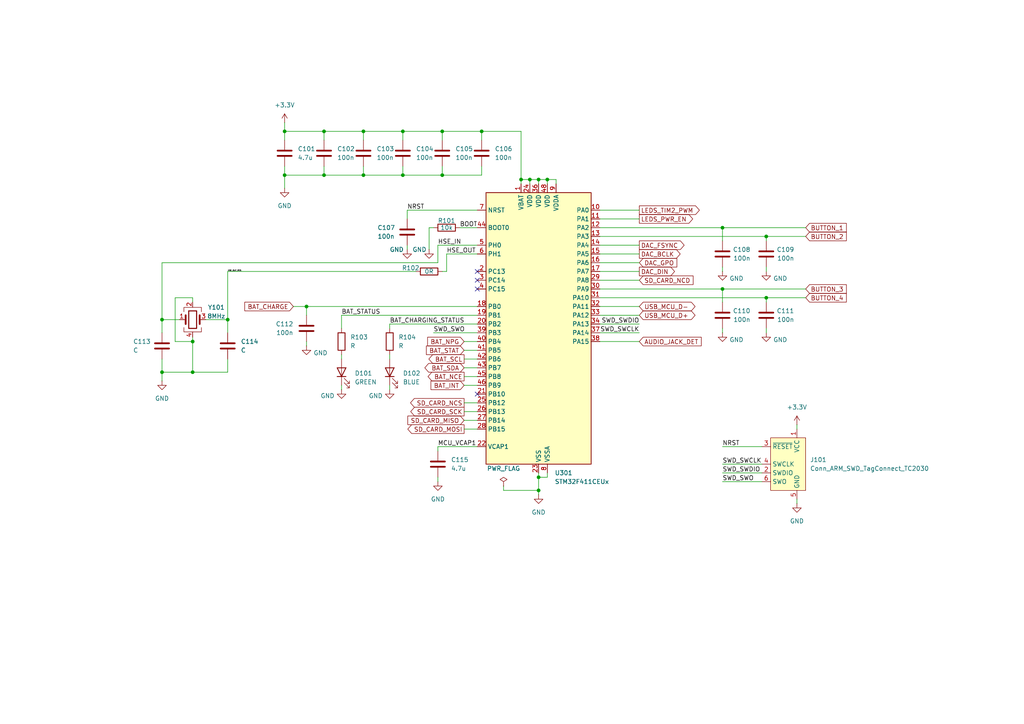
<source format=kicad_sch>
(kicad_sch (version 20250114) (generator "eeschema") (generator_version "9.0")
  (paper "A4")
  (lib_symbols
    (symbol "Connector:Conn_ARM_SWD_TagConnect_TC2030" (in_bom no)
      (property "Reference" "J" (at 2.54 11.43 0))
      (property "Value" "Conn_ARM_SWD_TagConnect_TC2030" (at 5.08 8.89 0))
      (symbol "Conn_ARM_SWD_TagConnect_TC2030_0_0"
        (pin power_in line (at -2.54 10.16 270) (length 2.54) (name "VCC") (number "1"))
        (pin power_in line (at -2.54 -10.16 90) (length 2.54) (name "GND") (number "5"))
        (pin open_collector line (at 7.62 5.08 180) (length 2.54) (name "~{RESET}") (number "3"))
        (pin output line (at 7.62 0 180) (length 2.54) (name "SWCLK") (number "4"))
        (pin bidirectional line (at 7.62 -2.54 180) (length 2.54) (name "SWDIO") (number "2"))
        (pin input line (at 7.62 -5.08 180) (length 2.54) (name "SWO") (number "6"))
      )
      (symbol "Conn_ARM_SWD_TagConnect_TC2030_0_1"
        (rectangle (start -5.08 7.62) (end 5.08 -7.62) (fill (type background)))
      )
    )
    (symbol "Device:C" (pin_numbers (hide yes)) (pin_names (offset 0.254))
      (property "Reference" "C" (at 0.635 2.54 0))
      (property "Value" "C" (at 0.635 -2.54 0))
      (symbol "C_0_1"
        (polyline (pts (xy -2.032 0.762) (xy 2.032 0.762)) (stroke (width 0.508)))
        (polyline (pts (xy -2.032 -0.762) (xy 2.032 -0.762)) (stroke (width 0.508)))
      )
      (symbol "C_1_1"
        (pin passive line (at 0 3.81 270) (length 2.794) (name "~") (number "1"))
        (pin passive line (at 0 -3.81 90) (length 2.794) (name "~") (number "2"))
      )
    )
    (symbol "Device:Crystal_GND24" (pin_names (offset 1.016) (hide yes))
      (property "Reference" "Y" (at 3.175 5.08 0))
      (property "Value" "Crystal_GND24" (at 3.175 3.175 0))
      (symbol "Crystal_GND24_0_1"
        (polyline (pts (xy -2.54 2.286) (xy -2.54 3.556) (xy 2.54 3.556) (xy 2.54 2.286)))
        (polyline (pts (xy -2.54 0) (xy -2.032 0)))
        (polyline (pts (xy -2.54 -2.286) (xy -2.54 -3.556) (xy 2.54 -3.556) (xy 2.54 -2.286)))
        (polyline (pts (xy -2.032 -1.27) (xy -2.032 1.27)) (stroke (width 0.508)))
        (rectangle (start -1.143 2.54) (end 1.143 -2.54) (stroke (width 0.3048)))
        (polyline (pts (xy 0 3.556) (xy 0 3.81)))
        (polyline (pts (xy 0 -3.81) (xy 0 -3.556)))
        (polyline (pts (xy 2.032 0) (xy 2.54 0)))
        (polyline (pts (xy 2.032 -1.27) (xy 2.032 1.27)) (stroke (width 0.508)))
      )
      (symbol "Crystal_GND24_1_1"
        (pin passive line (at -3.81 0 0) (length 1.27) (name "1") (number "1"))
        (pin passive line (at 0 5.08 270) (length 1.27) (name "2") (number "2"))
        (pin passive line (at 0 -5.08 90) (length 1.27) (name "4") (number "4"))
        (pin passive line (at 3.81 0 180) (length 1.27) (name "3") (number "3"))
      )
    )
    (symbol "Device:LED" (pin_numbers (hide yes)) (pin_names (offset 1.016) (hide yes))
      (property "Reference" "D" (at 0 2.54 0))
      (property "Value" "LED" (at 0 -2.54 0))
      (symbol "LED_0_1"
        (polyline (pts (xy -3.048 -0.762) (xy -4.572 -2.286) (xy -3.81 -2.286) (xy -4.572 -2.286) (xy -4.572 -1.524)))
        (polyline (pts (xy -1.778 -0.762) (xy -3.302 -2.286) (xy -2.54 -2.286) (xy -3.302 -2.286) (xy -3.302 -1.524)))
        (polyline (pts (xy -1.27 0) (xy 1.27 0)))
        (polyline (pts (xy -1.27 -1.27) (xy -1.27 1.27)) (stroke (width 0.254)))
        (polyline (pts (xy 1.27 -1.27) (xy 1.27 1.27) (xy -1.27 0) (xy 1.27 -1.27)) (stroke (width 0.254)))
      )
      (symbol "LED_1_1"
        (pin passive line (at -3.81 0 0) (length 2.54) (name "K") (number "1"))
        (pin passive line (at 3.81 0 180) (length 2.54) (name "A") (number "2"))
      )
    )
    (symbol "Device:R" (pin_numbers (hide yes)) (pin_names (offset 0))
      (property "Reference" "R" (at 2.032 0 90))
      (property "Value" "R" (at 0 0 90))
      (symbol "R_0_1"
        (rectangle (start -1.016 -2.54) (end 1.016 2.54) (stroke (width 0.254)))
      )
      (symbol "R_1_1"
        (pin passive line (at 0 3.81 270) (length 1.27) (name "~") (number "1"))
        (pin passive line (at 0 -3.81 90) (length 1.27) (name "~") (number "2"))
      )
    )
    (symbol "MCU_ST_STM32F4:STM32F411CEUx"
      (property "Reference" "U" (at -15.24 41.91 0))
      (property "Value" "STM32F411CEUx" (at 7.62 41.91 0))
      (symbol "STM32F411CEUx_0_1"
        (rectangle (start -15.24 -38.1) (end 15.24 40.64) (stroke (width 0.254)) (fill (type background)))
      )
      (symbol "STM32F411CEUx_1_1"
        (pin input line (at -17.78 35.56 0) (length 2.54) (name "NRST") (number "7"))
        (pin input line (at -17.78 30.48 0) (length 2.54) (name "BOOT0") (number "44"))
        (pin bidirectional line (at -17.78 25.4 0) (length 2.54) (name "PH0") (number "5"))
        (pin bidirectional line (at -17.78 22.86 0) (length 2.54) (name "PH1") (number "6"))
        (pin bidirectional line (at -17.78 17.78 0) (length 2.54) (name "PC13") (number "2"))
        (pin bidirectional line (at -17.78 15.24 0) (length 2.54) (name "PC14") (number "3"))
        (pin bidirectional line (at -17.78 12.7 0) (length 2.54) (name "PC15") (number "4"))
        (pin bidirectional line (at -17.78 7.62 0) (length 2.54) (name "PB0") (number "18"))
        (pin bidirectional line (at -17.78 5.08 0) (length 2.54) (name "PB1") (number "19"))
        (pin bidirectional line (at -17.78 2.54 0) (length 2.54) (name "PB2") (number "20"))
        (pin bidirectional line (at -17.78 0 0) (length 2.54) (name "PB3") (number "39"))
        (pin bidirectional line (at -17.78 -2.54 0) (length 2.54) (name "PB4") (number "40"))
        (pin bidirectional line (at -17.78 -5.08 0) (length 2.54) (name "PB5") (number "41"))
        (pin bidirectional line (at -17.78 -7.62 0) (length 2.54) (name "PB6") (number "42"))
        (pin bidirectional line (at -17.78 -10.16 0) (length 2.54) (name "PB7") (number "43"))
        (pin bidirectional line (at -17.78 -12.7 0) (length 2.54) (name "PB8") (number "45"))
        (pin bidirectional line (at -17.78 -15.24 0) (length 2.54) (name "PB9") (number "46"))
        (pin bidirectional line (at -17.78 -17.78 0) (length 2.54) (name "PB10") (number "21"))
        (pin bidirectional line (at -17.78 -20.32 0) (length 2.54) (name "PB12") (number "25"))
        (pin bidirectional line (at -17.78 -22.86 0) (length 2.54) (name "PB13") (number "26"))
        (pin bidirectional line (at -17.78 -25.4 0) (length 2.54) (name "PB14") (number "27"))
        (pin bidirectional line (at -17.78 -27.94 0) (length 2.54) (name "PB15") (number "28"))
        (pin power_out line (at -17.78 -33.02 0) (length 2.54) (name "VCAP1") (number "22"))
        (pin power_in line (at -5.08 43.18 270) (length 2.54) (name "VBAT") (number "1"))
        (pin power_in line (at -2.54 43.18 270) (length 2.54) (name "VDD") (number "24"))
        (pin power_in line (at 0 43.18 270) (length 2.54) (name "VDD") (number "36"))
        (pin power_in line (at 0 -40.64 90) (length 2.54) (name "VSS") (number "23"))
        (pin passive line (at 0 -40.64 90) (length 2.54) (hide yes) (name "VSS") (number "35"))
        (pin passive line (at 0 -40.64 90) (length 2.54) (hide yes) (name "VSS") (number "47"))
        (pin passive line (at 0 -40.64 90) (length 2.54) (hide yes) (name "VSS") (number "49"))
        (pin power_in line (at 2.54 43.18 270) (length 2.54) (name "VDD") (number "48"))
        (pin power_in line (at 2.54 -40.64 90) (length 2.54) (name "VSSA") (number "8"))
        (pin power_in line (at 5.08 43.18 270) (length 2.54) (name "VDDA") (number "9"))
        (pin bidirectional line (at 17.78 35.56 180) (length 2.54) (name "PA0") (number "10"))
        (pin bidirectional line (at 17.78 33.02 180) (length 2.54) (name "PA1") (number "11"))
        (pin bidirectional line (at 17.78 30.48 180) (length 2.54) (name "PA2") (number "12"))
        (pin bidirectional line (at 17.78 27.94 180) (length 2.54) (name "PA3") (number "13"))
        (pin bidirectional line (at 17.78 25.4 180) (length 2.54) (name "PA4") (number "14"))
        (pin bidirectional line (at 17.78 22.86 180) (length 2.54) (name "PA5") (number "15"))
        (pin bidirectional line (at 17.78 20.32 180) (length 2.54) (name "PA6") (number "16"))
        (pin bidirectional line (at 17.78 17.78 180) (length 2.54) (name "PA7") (number "17"))
        (pin bidirectional line (at 17.78 15.24 180) (length 2.54) (name "PA8") (number "29"))
        (pin bidirectional line (at 17.78 12.7 180) (length 2.54) (name "PA9") (number "30"))
        (pin bidirectional line (at 17.78 10.16 180) (length 2.54) (name "PA10") (number "31"))
        (pin bidirectional line (at 17.78 7.62 180) (length 2.54) (name "PA11") (number "32"))
        (pin bidirectional line (at 17.78 5.08 180) (length 2.54) (name "PA12") (number "33"))
        (pin bidirectional line (at 17.78 2.54 180) (length 2.54) (name "PA13") (number "34"))
        (pin bidirectional line (at 17.78 0 180) (length 2.54) (name "PA14") (number "37"))
        (pin bidirectional line (at 17.78 -2.54 180) (length 2.54) (name "PA15") (number "38"))
      )
    )
    (symbol "power:+3.3V" (power) (pin_numbers (hide yes)) (pin_names (offset 0) (hide yes))
      (property "Value" "+3.3V" (at 0 3.556 0))
      (symbol "+3.3V_0_1"
        (polyline (pts (xy -0.762 1.27) (xy 0 2.54)))
        (polyline (pts (xy 0 2.54) (xy 0.762 1.27)))
        (polyline (pts (xy 0 0) (xy 0 2.54)))
      )
      (symbol "+3.3V_1_1"
        (pin power_in line (at 0 0 90) (length 0) (name "~") (number "1"))
      )
    )
    (symbol "power:GND" (power) (pin_numbers (hide yes)) (pin_names (offset 0) (hide yes))
      (property "Value" "GND" (at 0 -3.81 0))
      (symbol "GND_0_1"
        (polyline (pts (xy 0 0) (xy 0 -1.27) (xy 1.27 -1.27) (xy 0 -2.54) (xy -1.27 -1.27) (xy 0 -1.27)))
      )
      (symbol "GND_1_1"
        (pin power_in line (at 0 0 270) (length 0) (name "~") (number "1"))
      )
    )
    (symbol "power:PWR_FLAG" (power) (pin_numbers (hide yes)) (pin_names (offset 0) (hide yes))
      (property "Value" "PWR_FLAG" (at 0 3.81 0))
      (symbol "PWR_FLAG_0_0"
        (pin power_out line (at 0 0 90) (length 0) (name "~") (number "1"))
      )
      (symbol "PWR_FLAG_0_1"
        (polyline (pts (xy 0 0) (xy 0 1.27) (xy -1.016 1.905) (xy 0 2.54) (xy 1.016 1.905) (xy 0 1.27)))
      )
    )
  )
  (junction (at 46.99 92.71))
  (junction (at 139.7 38.1))
  (junction (at 55.88 99.06))
  (junction (at 105.41 38.1))
  (junction (at 151.13 52.07))
  (junction (at 156.21 52.07))
  (junction (at 88.9 88.9))
  (junction (at 93.98 50.8))
  (junction (at 209.55 66.04))
  (junction (at 209.55 83.82))
  (junction (at 156.21 142.24))
  (junction (at 93.98 38.1))
  (junction (at 66.04 92.71))
  (junction (at 156.21 138.43))
  (junction (at 222.25 86.36))
  (junction (at 82.55 50.8))
  (junction (at 82.55 38.1))
  (junction (at 128.27 38.1))
  (junction (at 222.25 68.58))
  (junction (at 55.88 107.95))
  (junction (at 128.27 50.8))
  (junction (at 158.75 52.07))
  (junction (at 46.99 107.95))
  (junction (at 116.84 38.1))
  (junction (at 105.41 50.8))
  (junction (at 116.84 50.8))
  (junction (at 153.67 52.07))
  (no_connect (at 138.43 81.28))
  (no_connect (at 138.43 83.82))
  (no_connect (at 138.43 114.3))
  (no_connect (at 138.43 78.74))
  (wire (pts (xy 128.27 78.74) (xy 129.54 78.74)))
  (wire (pts (xy 116.84 48.26) (xy 116.84 50.8)))
  (wire (pts (xy 158.75 52.07) (xy 156.21 52.07)))
  (wire (pts (xy 134.62 99.06) (xy 138.43 99.06)))
  (wire (pts (xy 82.55 38.1) (xy 93.98 38.1)))
  (wire (pts (xy 134.62 109.22) (xy 138.43 109.22)))
  (wire (pts (xy 116.84 50.8) (xy 105.41 50.8)))
  (wire (pts (xy 139.7 50.8) (xy 128.27 50.8)))
  (wire (pts (xy 82.55 35.56) (xy 82.55 38.1)))
  (wire (pts (xy 105.41 38.1) (xy 105.41 40.64)))
  (wire (pts (xy 93.98 38.1) (xy 93.98 40.64)))
  (wire (pts (xy 113.03 93.98) (xy 113.03 95.25)))
  (wire (pts (xy 222.25 95.25) (xy 222.25 96.52)))
  (wire (pts (xy 173.99 73.66) (xy 185.42 73.66)))
  (wire (pts (xy 46.99 92.71) (xy 46.99 96.52)))
  (wire (pts (xy 93.98 48.26) (xy 93.98 50.8)))
  (wire (pts (xy 124.46 66.04) (xy 125.73 66.04)))
  (wire (pts (xy 88.9 88.9) (xy 138.43 88.9)))
  (wire (pts (xy 127 76.2) (xy 46.99 76.2)))
  (wire (pts (xy 99.06 91.44) (xy 138.43 91.44)))
  (wire (pts (xy 50.8 86.36) (xy 50.8 99.06)))
  (wire (pts (xy 105.41 38.1) (xy 116.84 38.1)))
  (wire (pts (xy 158.75 137.16) (xy 158.75 138.43)))
  (wire (pts (xy 127 130.81) (xy 127 129.54)))
  (wire (pts (xy 55.88 87.63) (xy 55.88 86.36)))
  (wire (pts (xy 173.99 68.58) (xy 222.25 68.58)))
  (wire (pts (xy 105.41 50.8) (xy 93.98 50.8)))
  (wire (pts (xy 173.99 71.12) (xy 185.42 71.12)))
  (wire (pts (xy 134.62 101.6) (xy 138.43 101.6)))
  (wire (pts (xy 134.62 104.14) (xy 138.43 104.14)))
  (wire (pts (xy 116.84 38.1) (xy 116.84 40.64)))
  (wire (pts (xy 66.04 78.74) (xy 120.65 78.74)))
  (wire (pts (xy 55.88 99.06) (xy 55.88 107.95)))
  (wire (pts (xy 156.21 52.07) (xy 153.67 52.07)))
  (wire (pts (xy 209.55 139.7) (xy 220.98 139.7)))
  (wire (pts (xy 209.55 66.04) (xy 209.55 69.85)))
  (wire (pts (xy 128.27 38.1) (xy 128.27 40.64)))
  (wire (pts (xy 158.75 53.34) (xy 158.75 52.07)))
  (wire (pts (xy 46.99 76.2) (xy 46.99 92.71)))
  (wire (pts (xy 50.8 99.06) (xy 55.88 99.06)))
  (wire (pts (xy 127 71.12) (xy 127 76.2)))
  (wire (pts (xy 128.27 48.26) (xy 128.27 50.8)))
  (wire (pts (xy 128.27 38.1) (xy 139.7 38.1)))
  (wire (pts (xy 209.55 134.62) (xy 220.98 134.62)))
  (wire (pts (xy 85.09 88.9) (xy 88.9 88.9)))
  (wire (pts (xy 134.62 106.68) (xy 138.43 106.68)))
  (wire (pts (xy 134.62 111.76) (xy 138.43 111.76)))
  (wire (pts (xy 113.03 111.76) (xy 113.03 113.03)))
  (wire (pts (xy 82.55 48.26) (xy 82.55 50.8)))
  (wire (pts (xy 99.06 111.76) (xy 99.06 113.03)))
  (wire (pts (xy 209.55 137.16) (xy 220.98 137.16)))
  (wire (pts (xy 124.46 66.04) (xy 124.46 72.39)))
  (wire (pts (xy 66.04 107.95) (xy 66.04 104.14)))
  (wire (pts (xy 55.88 99.06) (xy 55.88 97.79)))
  (wire (pts (xy 173.99 93.98) (xy 185.42 93.98)))
  (wire (pts (xy 153.67 52.07) (xy 151.13 52.07)))
  (wire (pts (xy 93.98 38.1) (xy 105.41 38.1)))
  (wire (pts (xy 153.67 53.34) (xy 153.67 52.07)))
  (wire (pts (xy 55.88 86.36) (xy 50.8 86.36)))
  (wire (pts (xy 173.99 96.52) (xy 185.42 96.52)))
  (wire (pts (xy 93.98 50.8) (xy 82.55 50.8)))
  (wire (pts (xy 185.42 60.96) (xy 173.99 60.96)))
  (wire (pts (xy 151.13 38.1) (xy 151.13 52.07)))
  (wire (pts (xy 127 71.12) (xy 138.43 71.12)))
  (wire (pts (xy 82.55 50.8) (xy 82.55 54.61)))
  (wire (pts (xy 173.99 66.04) (xy 209.55 66.04)))
  (wire (pts (xy 134.62 119.38) (xy 138.43 119.38)))
  (wire (pts (xy 46.99 92.71) (xy 52.07 92.71)))
  (wire (pts (xy 185.42 63.5) (xy 173.99 63.5)))
  (wire (pts (xy 139.7 48.26) (xy 139.7 50.8)))
  (wire (pts (xy 118.11 71.12) (xy 118.11 72.39)))
  (wire (pts (xy 161.29 53.34) (xy 161.29 52.07)))
  (wire (pts (xy 173.99 83.82) (xy 209.55 83.82)))
  (wire (pts (xy 231.14 144.78) (xy 231.14 146.05)))
  (wire (pts (xy 173.99 88.9) (xy 185.42 88.9)))
  (wire (pts (xy 129.54 78.74) (xy 129.54 73.66)))
  (wire (pts (xy 146.05 140.97) (xy 146.05 142.24)))
  (wire (pts (xy 133.35 66.04) (xy 138.43 66.04)))
  (wire (pts (xy 118.11 63.5) (xy 118.11 60.96)))
  (wire (pts (xy 161.29 52.07) (xy 158.75 52.07)))
  (wire (pts (xy 88.9 88.9) (xy 88.9 91.44)))
  (wire (pts (xy 156.21 138.43) (xy 158.75 138.43)))
  (wire (pts (xy 156.21 138.43) (xy 156.21 142.24)))
  (wire (pts (xy 222.25 68.58) (xy 222.25 69.85)))
  (wire (pts (xy 209.55 66.04) (xy 233.68 66.04)))
  (wire (pts (xy 134.62 124.46) (xy 138.43 124.46)))
  (wire (pts (xy 209.55 77.47) (xy 209.55 78.74)))
  (wire (pts (xy 59.69 92.71) (xy 66.04 92.71)))
  (wire (pts (xy 129.54 73.66) (xy 138.43 73.66)))
  (wire (pts (xy 138.43 93.98) (xy 113.03 93.98)))
  (wire (pts (xy 66.04 92.71) (xy 66.04 78.74)))
  (wire (pts (xy 113.03 102.87) (xy 113.03 104.14)))
  (wire (pts (xy 231.14 123.19) (xy 231.14 124.46)))
  (wire (pts (xy 139.7 38.1) (xy 139.7 40.64)))
  (wire (pts (xy 99.06 104.14) (xy 99.06 102.87)))
  (wire (pts (xy 116.84 38.1) (xy 128.27 38.1)))
  (wire (pts (xy 128.27 50.8) (xy 116.84 50.8)))
  (wire (pts (xy 146.05 142.24) (xy 156.21 142.24)))
  (wire (pts (xy 55.88 107.95) (xy 66.04 107.95)))
  (wire (pts (xy 209.55 95.25) (xy 209.55 96.52)))
  (wire (pts (xy 222.25 68.58) (xy 233.68 68.58)))
  (wire (pts (xy 173.99 81.28) (xy 185.42 81.28)))
  (wire (pts (xy 105.41 48.26) (xy 105.41 50.8)))
  (wire (pts (xy 185.42 99.06) (xy 173.99 99.06)))
  (wire (pts (xy 118.11 60.96) (xy 138.43 60.96)))
  (wire (pts (xy 46.99 104.14) (xy 46.99 107.95)))
  (wire (pts (xy 233.68 83.82) (xy 209.55 83.82)))
  (wire (pts (xy 151.13 52.07) (xy 151.13 53.34)))
  (wire (pts (xy 233.68 86.36) (xy 222.25 86.36)))
  (wire (pts (xy 156.21 137.16) (xy 156.21 138.43)))
  (wire (pts (xy 66.04 92.71) (xy 66.04 96.52)))
  (wire (pts (xy 156.21 142.24) (xy 156.21 143.51)))
  (wire (pts (xy 46.99 107.95) (xy 55.88 107.95)))
  (wire (pts (xy 82.55 38.1) (xy 82.55 40.64)))
  (wire (pts (xy 173.99 86.36) (xy 222.25 86.36)))
  (wire (pts (xy 99.06 95.25) (xy 99.06 91.44)))
  (wire (pts (xy 88.9 99.06) (xy 88.9 100.33)))
  (wire (pts (xy 134.62 121.92) (xy 138.43 121.92)))
  (wire (pts (xy 156.21 53.34) (xy 156.21 52.07)))
  (wire (pts (xy 127 129.54) (xy 138.43 129.54)))
  (wire (pts (xy 127 138.43) (xy 127 139.7)))
  (wire (pts (xy 173.99 78.74) (xy 185.42 78.74)))
  (wire (pts (xy 173.99 76.2) (xy 185.42 76.2)))
  (wire (pts (xy 209.55 129.54) (xy 220.98 129.54)))
  (wire (pts (xy 209.55 83.82) (xy 209.55 87.63)))
  (wire (pts (xy 222.25 77.47) (xy 222.25 78.74)))
  (wire (pts (xy 134.62 116.84) (xy 138.43 116.84)))
  (wire (pts (xy 125.73 96.52) (xy 138.43 96.52)))
  (wire (pts (xy 222.25 86.36) (xy 222.25 87.63)))
  (wire (pts (xy 173.99 91.44) (xy 185.42 91.44)))
  (wire (pts (xy 139.7 38.1) (xy 151.13 38.1)))
  (wire (pts (xy 46.99 110.49) (xy 46.99 107.95)))
  (label "BOOT" (at 133.35 66.04 0))
  (label "BAT_STATUS" (at 99.06 91.44 0))
  (label "SWD_SWO" (at 209.55 139.7 0))
  (label "SWD_SWCLK" (at 185.42 96.52 180))
  (label "SWD_SWDIO" (at 185.42 93.98 180))
  (label "NRST" (at 118.11 60.96 0))
  (label "HSE_OUT" (at 129.54 73.66 0))
  (label "HSE_OUT_RES" (at 66.04 78.74 0) (effects (font (size 0.381 0.381))))
  (label "SWD_SWDIO" (at 209.55 137.16 0))
  (label "MCU_VCAP1" (at 127 129.54 0))
  (label "BAT_CHARGING_STATUS" (at 113.03 93.98 0))
  (label "NRST" (at 209.55 129.54 0))
  (label "HSE_IN" (at 127 71.12 0))
  (label "SWD_SWCLK" (at 209.55 134.62 0))
  (label "SWD_SWO" (at 125.73 96.52 0))
  (global_label "USB_MCU_D+" (shape bidirectional) (at 185.42 91.44 0) (property "Intersheetrefs" "${INTERSHEET_REFS}" (effects (hide yes))))
  (global_label "BUTTON_3" (shape input) (at 233.68 83.82 0) (property "Intersheetrefs" "${INTERSHEET_REFS}" (effects (hide yes))))
  (global_label "DAC_FSYNC" (shape output) (at 185.42 71.12 0) (property "Intersheetrefs" "${INTERSHEET_REFS}" (effects (hide yes))))
  (global_label "BAT_SDA" (shape bidirectional) (at 134.62 106.68 180) (property "Intersheetrefs" "${INTERSHEET_REFS}" (effects (hide yes))))
  (global_label "BAT_STAT" (shape input) (at 134.62 101.6 180) (property "Intersheetrefs" "${INTERSHEET_REFS}" (effects (hide yes))))
  (global_label "BAT_CHARGE" (shape input) (at 85.09 88.9 180) (property "Intersheetrefs" "${INTERSHEET_REFS}" (effects (hide yes))))
  (global_label "SD_CARD_MOSI" (shape output) (at 134.62 124.46 180) (property "Intersheetrefs" "${INTERSHEET_REFS}" (effects (hide yes))))
  (global_label "DAC_GPO" (shape input) (at 185.42 76.2 0) (property "Intersheetrefs" "${INTERSHEET_REFS}" (effects (hide yes))))
  (global_label "BUTTON_4" (shape input) (at 233.68 86.36 0) (property "Intersheetrefs" "${INTERSHEET_REFS}" (effects (hide yes))))
  (global_label "SD_CARD_NCD" (shape input) (at 185.42 81.28 0) (property "Intersheetrefs" "${INTERSHEET_REFS}" (effects (hide yes))))
  (global_label "DAC_DIN" (shape output) (at 185.42 78.74 0) (property "Intersheetrefs" "${INTERSHEET_REFS}" (effects (hide yes))))
  (global_label "LEDS_PWR_EN" (shape output) (at 185.42 63.5 0) (property "Intersheetrefs" "${INTERSHEET_REFS}" (effects (hide yes))))
  (global_label "AUDIO_JACK_DET" (shape input) (at 185.42 99.06 0) (property "Intersheetrefs" "${INTERSHEET_REFS}" (effects (hide yes))))
  (global_label "BAT_INT" (shape input) (at 134.62 111.76 180) (property "Intersheetrefs" "${INTERSHEET_REFS}" (effects (hide yes))))
  (global_label "SD_CARD_NCS" (shape output) (at 134.62 116.84 180) (property "Intersheetrefs" "${INTERSHEET_REFS}" (effects (hide yes))))
  (global_label "BUTTON_1" (shape input) (at 233.68 66.04 0) (property "Intersheetrefs" "${INTERSHEET_REFS}" (effects (hide yes))))
  (global_label "SD_CARD_SCK" (shape output) (at 134.62 119.38 180) (property "Intersheetrefs" "${INTERSHEET_REFS}" (effects (hide yes))))
  (global_label "SD_CARD_MISO" (shape input) (at 134.62 121.92 180) (property "Intersheetrefs" "${INTERSHEET_REFS}" (effects (hide yes))))
  (global_label "DAC_BCLK" (shape output) (at 185.42 73.66 0) (property "Intersheetrefs" "${INTERSHEET_REFS}" (effects (hide yes))))
  (global_label "USB_MCU_D-" (shape bidirectional) (at 185.42 88.9 0) (property "Intersheetrefs" "${INTERSHEET_REFS}" (effects (hide yes))))
  (global_label "BAT_NCE" (shape output) (at 134.62 109.22 180) (property "Intersheetrefs" "${INTERSHEET_REFS}" (effects (hide yes))))
  (global_label "BUTTON_2" (shape input) (at 233.68 68.58 0) (property "Intersheetrefs" "${INTERSHEET_REFS}" (effects (hide yes))))
  (global_label "LEDS_TIM2_PWM" (shape output) (at 185.42 60.96 0) (property "Intersheetrefs" "${INTERSHEET_REFS}" (effects (hide yes))))
  (global_label "BAT_NPG" (shape input) (at 134.62 99.06 180) (property "Intersheetrefs" "${INTERSHEET_REFS}" (effects (hide yes))))
  (global_label "BAT_SCL" (shape output) (at 134.62 104.14 180) (property "Intersheetrefs" "${INTERSHEET_REFS}" (effects (hide yes))))
  (symbol (lib_id "power:GND") (at 99.06 113.03 0) (unit 1)
    (property "Reference" "#PWR0111" (effects (hide yes)))
    (property "Value" "GND" (at 94.996 114.808 0))
    (property "Description" "Power symbol creates a global label with name \"GND\" , ground" (effects (hide yes)))
  )
  (symbol (lib_id "Device:C") (at 105.41 44.45 0) (unit 1)
    (property "Reference" "C103" (at 109.22 43.1799 0) (effects (justify left)))
    (property "Value" "100n" (at 109.22 45.7199 0) (effects (justify left)))
    (property "Footprint" "Capacitor_SMD:C_0402_1005Metric" (effects (hide yes)))
    (property "Description" "Unpolarized capacitor" (effects (hide yes)))
  )
  (symbol (lib_id "power:GND") (at 127 139.7 0) (unit 1)
    (property "Reference" "#PWR0114" (effects (hide yes)))
    (property "Value" "GND" (at 127 144.78 0))
    (property "Description" "Power symbol creates a global label with name \"GND\" , ground" (effects (hide yes)))
  )
  (symbol (lib_id "Device:R") (at 113.03 99.06 0) (unit 1)
    (property "Reference" "R104" (at 115.57 97.7899 0) (effects (justify left)))
    (property "Value" "R" (at 115.57 100.3299 0) (effects (justify left)))
    (property "Footprint" "Resistor_SMD:R_0402_1005Metric" (effects (hide yes)))
    (property "Description" "Resistor" (effects (hide yes)))
  )
  (symbol (lib_id "Device:Crystal_GND24") (at 55.88 92.71 0) (unit 1)
    (property "Reference" "Y101" (at 62.738 89.154 0))
    (property "Value" "8MHz" (at 62.738 91.694 0))
    (property "Footprint" "Crystal:Crystal_SMD_3225-4Pin_3.2x2.5mm" (effects (hide yes)))
    (property "Description" "Four pin crystal, GND on pins 2 and 4" (effects (hide yes)))
  )
  (symbol (lib_id "Device:LED") (at 99.06 107.95 90) (unit 1)
    (property "Reference" "D101" (at 102.87 108.2674 90) (effects (justify right)))
    (property "Value" "GREEN" (at 102.87 110.8074 90) (effects (justify right)))
    (property "Footprint" "LED_SMD:LED_0402_1005Metric" (effects (hide yes)))
    (property "Description" "Light emitting diode" (effects (hide yes)))
    (property "Sim.Pins" "1=K 2=A" (effects (hide yes)))
  )
  (symbol (lib_id "Device:C") (at 88.9 95.25 0) (mirror y) (unit 1)
    (property "Reference" "C112" (at 85.09 93.98 0) (effects (justify left)))
    (property "Value" "100n" (at 85.09 96.52 0) (effects (justify left)))
    (property "Footprint" "Capacitor_SMD:C_0402_1005Metric" (effects (hide yes)))
    (property "Description" "Unpolarized capacitor" (effects (hide yes)))
  )
  (symbol (lib_id "power:GND") (at 222.25 78.74 0) (unit 1)
    (property "Reference" "#PWR0106" (effects (hide yes)))
    (property "Value" "GND" (at 226.314 80.772 0))
    (property "Description" "Power symbol creates a global label with name \"GND\" , ground" (effects (hide yes)))
  )
  (symbol (lib_id "Device:R") (at 129.54 66.04 90) (unit 1)
    (property "Reference" "R101" (at 129.54 64.008 90))
    (property "Value" "10k" (at 129.54 66.04 90))
    (property "Footprint" "Resistor_SMD:R_0402_1005Metric" (effects (hide yes)))
    (property "Description" "Resistor" (effects (hide yes)))
  )
  (symbol (lib_id "MCU_ST_STM32F4:STM32F411CEUx") (at 156.21 96.52 0) (unit 1)
    (property "Reference" "U101" (at 160.8933 137.16 0) (effects (justify left)))
    (property "Value" "STM32F411CEUx" (at 160.8933 139.7 0) (effects (justify left)))
    (property "Footprint" "Package_DFN_QFN:QFN-48-1EP_7x7mm_P0.5mm_EP5.6x5.6mm" (effects (hide yes)))
    (property "Datasheet" "https://www.st.com/resource/en/datasheet/stm32f411ce.pdf" (effects (hide yes)))
    (property "Description" "STMicroelectronics Arm Cortex-M4 MCU, 512KB flash, 128KB RAM, 100 MHz, 1.7-3.6V, 36 GPIO, UFQFPN48" (effects (hide yes)))
    (instances (project "" (path "" (reference "U301") (unit 1)) (path "" (reference "U101") (unit 1))))
  )
  (symbol (lib_id "Device:R") (at 99.06 99.06 0) (unit 1)
    (property "Reference" "R103" (at 101.6 97.7899 0) (effects (justify left)))
    (property "Value" "R" (at 101.6 100.3299 0) (effects (justify left)))
    (property "Footprint" "Resistor_SMD:R_0402_1005Metric" (effects (hide yes)))
    (property "Description" "Resistor" (effects (hide yes)))
  )
  (symbol (lib_id "Device:C") (at 222.25 91.44 0) (mirror y) (unit 1)
    (property "Reference" "C111" (at 230.378 90.17 0) (effects (justify left)))
    (property "Value" "100n" (at 230.378 92.71 0) (effects (justify left)))
    (property "Footprint" "Capacitor_SMD:C_0402_1005Metric" (effects (hide yes)))
    (property "Description" "Unpolarized capacitor" (effects (hide yes)))
  )
  (symbol (lib_id "Device:C") (at 139.7 44.45 0) (unit 1)
    (property "Reference" "C106" (at 143.51 43.1799 0) (effects (justify left)))
    (property "Value" "100n" (at 143.51 45.7199 0) (effects (justify left)))
    (property "Footprint" "Capacitor_SMD:C_0402_1005Metric" (effects (hide yes)))
    (property "Description" "Unpolarized capacitor" (effects (hide yes)))
  )
  (symbol (lib_id "Connector:Conn_ARM_SWD_TagConnect_TC2030") (at 228.6 134.62 0) (mirror y) (unit 1) (in_bom no)
    (property "Reference" "J101" (at 234.95 133.3499 0) (effects (justify right)))
    (property "Value" "Conn_ARM_SWD_TagConnect_TC2030" (at 234.95 135.8899 0) (effects (justify right)))
    (property "Footprint" "Connector:Tag-Connect_TC2030-IDC-FP_2x03_P1.27mm_Vertical" (effects (hide yes)))
    (property "Datasheet" "https://www.tag-connect.com/wp-content/uploads/bsk-pdf-manager/TC2030-CTX_1.pdf" (effects (hide yes)))
    (property "Description" "Tag-Connect ARM Cortex SWD JTAG connector, 6 pin" (effects (hide yes)))
  )
  (symbol (lib_id "Device:C") (at 66.04 100.33 0) (unit 1)
    (property "Reference" "C114" (at 69.85 99.0599 0) (effects (justify left)))
    (property "Value" "C" (at 69.85 101.5999 0) (effects (justify left)))
    (property "Footprint" "Capacitor_SMD:C_0603_1608Metric" (effects (hide yes)))
    (property "Description" "Unpolarized capacitor" (effects (hide yes)))
  )
  (symbol (lib_id "power:GND") (at 231.14 146.05 0) (unit 1)
    (property "Reference" "#PWR0116" (effects (hide yes)))
    (property "Value" "GND" (at 231.14 151.13 0))
    (property "Description" "Power symbol creates a global label with name \"GND\" , ground" (effects (hide yes)))
  )
  (symbol (lib_id "power:GND") (at 118.11 72.39 0) (unit 1)
    (property "Reference" "#PWR0103" (effects (hide yes)))
    (property "Value" "GND" (at 115.062 72.39 0))
    (property "Description" "Power symbol creates a global label with name \"GND\" , ground" (effects (hide yes)))
  )
  (symbol (lib_id "Device:R") (at 124.46 78.74 90) (unit 1)
    (property "Reference" "R102" (at 119.126 77.724 90))
    (property "Value" "0R" (at 124.46 78.74 90))
    (property "Footprint" "Resistor_SMD:R_0603_1608Metric" (effects (hide yes)))
    (property "Description" "Resistor" (effects (hide yes)))
  )
  (symbol (lib_id "power:GND") (at 82.55 54.61 0) (unit 1)
    (property "Reference" "#PWR0102" (effects (hide yes)))
    (property "Value" "GND" (at 82.55 59.69 0))
    (property "Description" "Power symbol creates a global label with name \"GND\" , ground" (effects (hide yes)))
  )
  (symbol (lib_id "power:GND") (at 156.21 143.51 0) (unit 1)
    (property "Reference" "#PWR0115" (effects (hide yes)))
    (property "Value" "GND" (at 156.21 148.59 0))
    (property "Description" "Power symbol creates a global label with name \"GND\" , ground" (effects (hide yes)))
  )
  (symbol (lib_id "power:GND") (at 88.9 100.33 0) (unit 1)
    (property "Reference" "#PWR0109" (effects (hide yes)))
    (property "Value" "GND" (at 92.964 102.362 0))
    (property "Description" "Power symbol creates a global label with name \"GND\" , ground" (effects (hide yes)))
  )
  (symbol (lib_id "power:GND") (at 46.99 110.49 0) (unit 1)
    (property "Reference" "#PWR0110" (effects (hide yes)))
    (property "Value" "GND" (at 46.99 115.57 0))
    (property "Description" "Power symbol creates a global label with name \"GND\" , ground" (effects (hide yes)))
  )
  (symbol (lib_id "Device:C") (at 209.55 91.44 0) (mirror y) (unit 1)
    (property "Reference" "C110" (at 217.678 90.17 0) (effects (justify left)))
    (property "Value" "100n" (at 217.678 92.71 0) (effects (justify left)))
    (property "Footprint" "Capacitor_SMD:C_0402_1005Metric" (effects (hide yes)))
    (property "Description" "Unpolarized capacitor" (effects (hide yes)))
  )
  (symbol (lib_id "Device:C") (at 128.27 44.45 0) (unit 1)
    (property "Reference" "C105" (at 132.08 43.1799 0) (effects (justify left)))
    (property "Value" "100n" (at 132.08 45.7199 0) (effects (justify left)))
    (property "Footprint" "Capacitor_SMD:C_0402_1005Metric" (effects (hide yes)))
    (property "Description" "Unpolarized capacitor" (effects (hide yes)))
  )
  (symbol (lib_id "power:PWR_FLAG") (at 146.05 140.97 0) (unit 1)
    (property "Reference" "#FLG0101" (effects (hide yes)))
    (property "Value" "PWR_FLAG" (at 146.05 135.89 0))
    (property "Description" "Special symbol for telling ERC where power comes from" (effects (hide yes)))
  )
  (symbol (lib_id "power:GND") (at 222.25 96.52 0) (unit 1)
    (property "Reference" "#PWR0108" (effects (hide yes)))
    (property "Value" "GND" (at 226.314 98.552 0))
    (property "Description" "Power symbol creates a global label with name \"GND\" , ground" (effects (hide yes)))
  )
  (symbol (lib_id "Device:C") (at 209.55 73.66 0) (mirror y) (unit 1)
    (property "Reference" "C108" (at 217.678 72.39 0) (effects (justify left)))
    (property "Value" "100n" (at 217.678 74.93 0) (effects (justify left)))
    (property "Footprint" "Capacitor_SMD:C_0402_1005Metric" (effects (hide yes)))
    (property "Description" "Unpolarized capacitor" (effects (hide yes)))
  )
  (symbol (lib_id "power:GND") (at 113.03 113.03 0) (unit 1)
    (property "Reference" "#PWR0112" (effects (hide yes)))
    (property "Value" "GND" (at 108.966 114.808 0))
    (property "Description" "Power symbol creates a global label with name \"GND\" , ground" (effects (hide yes)))
  )
  (symbol (lib_id "Device:C") (at 93.98 44.45 0) (unit 1)
    (property "Reference" "C102" (at 97.79 43.1799 0) (effects (justify left)))
    (property "Value" "100n" (at 97.79 45.7199 0) (effects (justify left)))
    (property "Footprint" "Capacitor_SMD:C_0402_1005Metric" (effects (hide yes)))
    (property "Description" "Unpolarized capacitor" (effects (hide yes)))
  )
  (symbol (lib_id "Device:C") (at 127 134.62 0) (unit 1)
    (property "Reference" "C115" (at 130.81 133.3499 0) (effects (justify left)))
    (property "Value" "4.7u" (at 130.81 135.8899 0) (effects (justify left)))
    (property "Footprint" "Capacitor_SMD:C_0603_1608Metric" (effects (hide yes)))
    (property "Description" "Unpolarized capacitor" (effects (hide yes)))
  )
  (symbol (lib_id "power:GND") (at 209.55 96.52 0) (unit 1)
    (property "Reference" "#PWR0107" (effects (hide yes)))
    (property "Value" "GND" (at 213.614 98.552 0))
    (property "Description" "Power symbol creates a global label with name \"GND\" , ground" (effects (hide yes)))
  )
  (symbol (lib_id "Device:C") (at 116.84 44.45 0) (unit 1)
    (property "Reference" "C104" (at 120.65 43.1799 0) (effects (justify left)))
    (property "Value" "100n" (at 120.65 45.7199 0) (effects (justify left)))
    (property "Footprint" "Capacitor_SMD:C_0402_1005Metric" (effects (hide yes)))
    (property "Description" "Unpolarized capacitor" (effects (hide yes)))
  )
  (symbol (lib_id "Device:C") (at 46.99 100.33 0) (unit 1)
    (property "Reference" "C113" (at 38.608 99.06 0) (effects (justify left)))
    (property "Value" "C" (at 38.608 101.6 0) (effects (justify left)))
    (property "Footprint" "Capacitor_SMD:C_0603_1608Metric" (effects (hide yes)))
    (property "Description" "Unpolarized capacitor" (effects (hide yes)))
  )
  (symbol (lib_id "power:+3.3V") (at 82.55 35.56 0) (unit 1)
    (property "Reference" "#PWR0101" (effects (hide yes)))
    (property "Value" "+3.3V" (at 82.55 30.48 0))
    (property "Description" "Power symbol creates a global label with name \"+3.3V\"" (effects (hide yes)))
  )
  (symbol (lib_id "Device:C") (at 82.55 44.45 0) (unit 1)
    (property "Reference" "C101" (at 86.36 43.1799 0) (effects (justify left)))
    (property "Value" "4.7u" (at 86.36 45.7199 0) (effects (justify left)))
    (property "Footprint" "Capacitor_SMD:C_0603_1608Metric" (effects (hide yes)))
    (property "Description" "Unpolarized capacitor" (effects (hide yes)))
  )
  (symbol (lib_id "Device:C") (at 118.11 67.31 0) (unit 1)
    (property "Reference" "C107" (at 109.474 66.04 0) (effects (justify left)))
    (property "Value" "100n" (at 109.474 68.58 0) (effects (justify left)))
    (property "Footprint" "Capacitor_SMD:C_0402_1005Metric" (effects (hide yes)))
    (property "Description" "Unpolarized capacitor" (effects (hide yes)))
  )
  (symbol (lib_id "power:+3.3V") (at 231.14 123.19 0) (unit 1)
    (property "Reference" "#PWR0113" (effects (hide yes)))
    (property "Value" "+3.3V" (at 231.14 118.11 0))
    (property "Description" "Power symbol creates a global label with name \"+3.3V\"" (effects (hide yes)))
  )
  (symbol (lib_id "power:GND") (at 124.46 72.39 0) (unit 1)
    (property "Reference" "#PWR0104" (effects (hide yes)))
    (property "Value" "GND" (at 121.666 72.39 0))
    (property "Description" "Power symbol creates a global label with name \"GND\" , ground" (effects (hide yes)))
  )
  (symbol (lib_id "power:GND") (at 209.55 78.74 0) (unit 1)
    (property "Reference" "#PWR0105" (effects (hide yes)))
    (property "Value" "GND" (at 213.614 80.772 0))
    (property "Description" "Power symbol creates a global label with name \"GND\" , ground" (effects (hide yes)))
  )
  (symbol (lib_id "Device:C") (at 222.25 73.66 0) (mirror y) (unit 1)
    (property "Reference" "C109" (at 230.378 72.39 0) (effects (justify left)))
    (property "Value" "100n" (at 230.378 74.93 0) (effects (justify left)))
    (property "Footprint" "Capacitor_SMD:C_0402_1005Metric" (effects (hide yes)))
    (property "Description" "Unpolarized capacitor" (effects (hide yes)))
  )
  (symbol (lib_id "Device:LED") (at 113.03 107.95 90) (unit 1)
    (property "Reference" "D102" (at 116.84 108.2674 90) (effects (justify right)))
    (property "Value" "BLUE" (at 116.84 110.8074 90) (effects (justify right)))
    (property "Footprint" "LED_SMD:LED_0402_1005Metric" (effects (hide yes)))
    (property "Description" "Light emitting diode" (effects (hide yes)))
    (property "Sim.Pins" "1=K 2=A" (effects (hide yes)))
  )
)
</source>
